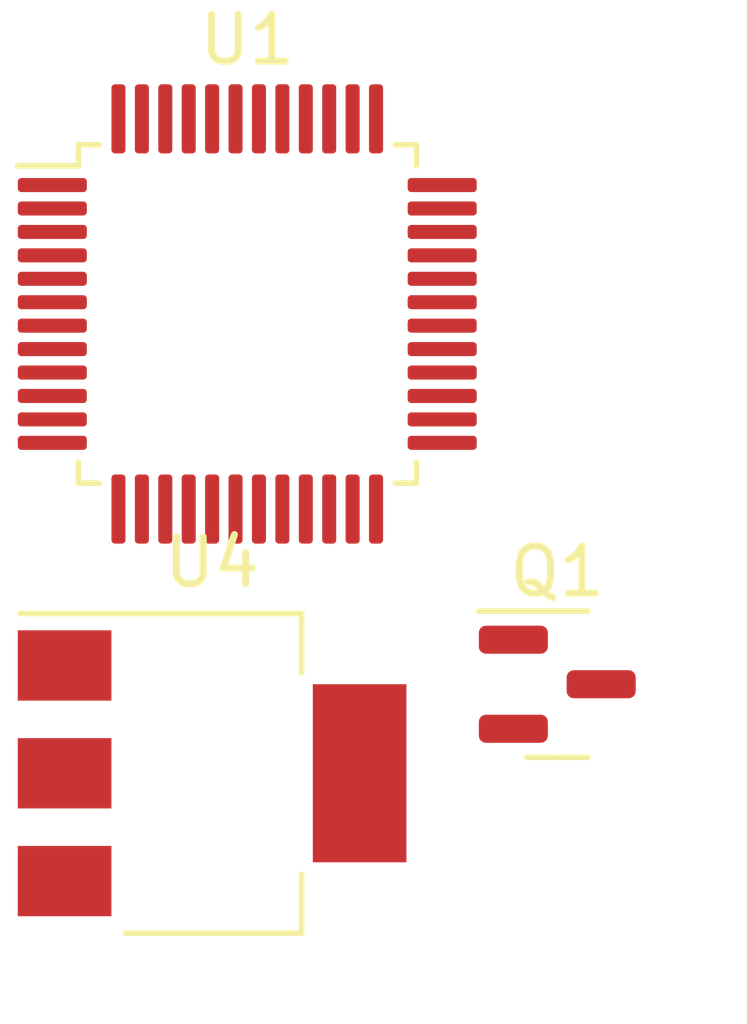
<source format=kicad_pcb>
(kicad_pcb (version 20221018) (generator pcbnew)
  (layers (0 "F.Cu" signal) (31 "B.Cu" signal) (34 "B.Paste" user) (35 "F.Paste" user) (36 "B.SilkS" user "B.Silkscreen") (37 "F.SilkS" user "F.Silkscreen") (38 "B.Mask" user) (39 "F.Mask" user) (44 "Edge.Cuts" user))
  (net 0 "")
  (net 1 "Net-(Q1-B)")
  (net 2 "Net-(Q1-E)")
  (net 4 "Net-(U1-AGND-Pad1)")
  (net 15 "Net-(U1-DGND-Pad12)")
  (net 16 "Net-(U1-DVDD-Pad13)")
  (net 34 "Net-(U1-PVDD)")
  (footprint "Package_TO_SOT_SMD:SOT-223-3_TabPin2" (layer "F.Cu") (at 81.2275 91.435)
    (fp_text reference "U4" (at 0 -4.5) (layer "F.SilkS"))
    (fp_text value "AP1117-33")
    (fp_line (start -4.1 -3.41) (end 1.91 -3.41) (stroke (width 0.12)) (layer "F.SilkS"))
    (fp_line (start -1.85 3.41) (end 1.91 3.41) (stroke (width 0.12)) (layer "F.SilkS"))
    (fp_line (start 1.91 -3.41) (end 1.91 -2.15) (stroke (width 0.12)) (layer "F.SilkS"))
    (fp_line (start 1.91 3.41) (end 1.91 2.15) (stroke (width 0.12)) (layer "F.SilkS"))
    (pad "1" smd rect (at -3.15 -2.3) (size 2 1.5) (layers "F.Cu" "F.Paste" "F.Mask"))
    (pad "2" smd rect (at -3.15 0) (size 2 1.5) (layers "F.Cu" "F.Paste" "F.Mask"))
    (pad "2" smd rect (at 3.15 0) (size 2 3.8) (layers "F.Cu" "F.Paste" "F.Mask"))
    (pad "3" smd rect (at -3.15 2.3) (size 2 1.5) (layers "F.Cu" "F.Paste" "F.Mask"))
  )
  (footprint "Package_QFP:LQFP-48_7x7mm_P0.5mm" (layer "F.Cu") (at 81.9775 81.635)
    (fp_text reference "U1" (at 0 -5.85) (layer "F.SilkS"))
    (fp_text value "ADAU1701")
    (fp_line (start -3.61 -3.61) (end -3.61 -3.16) (stroke (width 0.12)) (layer "F.SilkS"))
    (fp_line (start -3.61 -3.16) (end -4.9 -3.16) (stroke (width 0.12)) (layer "F.SilkS"))
    (fp_line (start -3.61 3.61) (end -3.61 3.16) (stroke (width 0.12)) (layer "F.SilkS"))
    (fp_line (start -3.16 -3.61) (end -3.61 -3.61) (stroke (width 0.12)) (layer "F.SilkS"))
    (fp_line (start -3.16 3.61) (end -3.61 3.61) (stroke (width 0.12)) (layer "F.SilkS"))
    (fp_line (start 3.16 -3.61) (end 3.61 -3.61) (stroke (width 0.12)) (layer "F.SilkS"))
    (fp_line (start 3.16 3.61) (end 3.61 3.61) (stroke (width 0.12)) (layer "F.SilkS"))
    (fp_line (start 3.61 -3.61) (end 3.61 -3.16) (stroke (width 0.12)) (layer "F.SilkS"))
    (fp_line (start 3.61 3.61) (end 3.61 3.16) (stroke (width 0.12)) (layer "F.SilkS"))
    (pad "1" smd roundrect (at -4.1625 -2.75) (size 1.475 0.3) (layers "F.Cu" "F.Paste" "F.Mask") (net 4 "Net-(U1-AGND-Pad1)"))
    (pad "2" smd roundrect (at -4.1625 -2.25) (size 1.475 0.3) (layers "F.Cu" "F.Paste" "F.Mask"))
    (pad "3" smd roundrect (at -4.1625 -1.75) (size 1.475 0.3) (layers "F.Cu" "F.Paste" "F.Mask"))
    (pad "4" smd roundrect (at -4.1625 -1.25) (size 1.475 0.3) (layers "F.Cu" "F.Paste" "F.Mask"))
    (pad "5" smd roundrect (at -4.1625 -0.75) (size 1.475 0.3) (layers "F.Cu" "F.Paste" "F.Mask"))
    (pad "6" smd roundrect (at -4.1625 -0.25) (size 1.475 0.3) (layers "F.Cu" "F.Paste" "F.Mask"))
    (pad "7" smd roundrect (at -4.1625 0.25) (size 1.475 0.3) (layers "F.Cu" "F.Paste" "F.Mask"))
    (pad "8" smd roundrect (at -4.1625 0.75) (size 1.475 0.3) (layers "F.Cu" "F.Paste" "F.Mask"))
    (pad "9" smd roundrect (at -4.1625 1.25) (size 1.475 0.3) (layers "F.Cu" "F.Paste" "F.Mask"))
    (pad "10" smd roundrect (at -4.1625 1.75) (size 1.475 0.3) (layers "F.Cu" "F.Paste" "F.Mask"))
    (pad "11" smd roundrect (at -4.1625 2.25) (size 1.475 0.3) (layers "F.Cu" "F.Paste" "F.Mask"))
    (pad "12" smd roundrect (at -4.1625 2.75) (size 1.475 0.3) (layers "F.Cu" "F.Paste" "F.Mask") (net 15 "Net-(U1-DGND-Pad12)"))
    (pad "13" smd roundrect (at -2.75 4.1625) (size 0.3 1.475) (layers "F.Cu" "F.Paste" "F.Mask") (net 16 "Net-(U1-DVDD-Pad13)"))
    (pad "14" smd roundrect (at -2.25 4.1625) (size 0.3 1.475) (layers "F.Cu" "F.Paste" "F.Mask"))
    (pad "15" smd roundrect (at -1.75 4.1625) (size 0.3 1.475) (layers "F.Cu" "F.Paste" "F.Mask"))
    (pad "16" smd roundrect (at -1.25 4.1625) (size 0.3 1.475) (layers "F.Cu" "F.Paste" "F.Mask"))
    (pad "17" smd roundrect (at -0.75 4.1625) (size 0.3 1.475) (layers "F.Cu" "F.Paste" "F.Mask") (net 1 "Net-(Q1-B)"))
    (pad "18" smd roundrect (at -0.25 4.1625) (size 0.3 1.475) (layers "F.Cu" "F.Paste" "F.Mask"))
    (pad "19" smd roundrect (at 0.25 4.1625) (size 0.3 1.475) (layers "F.Cu" "F.Paste" "F.Mask"))
    (pad "20" smd roundrect (at 0.75 4.1625) (size 0.3 1.475) (layers "F.Cu" "F.Paste" "F.Mask"))
    (pad "21" smd roundrect (at 1.25 4.1625) (size 0.3 1.475) (layers "F.Cu" "F.Paste" "F.Mask"))
    (pad "22" smd roundrect (at 1.75 4.1625) (size 0.3 1.475) (layers "F.Cu" "F.Paste" "F.Mask"))
    (pad "23" smd roundrect (at 2.25 4.1625) (size 0.3 1.475) (layers "F.Cu" "F.Paste" "F.Mask"))
    (pad "24" smd roundrect (at 2.75 4.1625) (size 0.3 1.475) (layers "F.Cu" "F.Paste" "F.Mask") (net 16 "Net-(U1-DVDD-Pad13)"))
    (pad "25" smd roundrect (at 4.1625 2.75) (size 1.475 0.3) (layers "F.Cu" "F.Paste" "F.Mask") (net 15 "Net-(U1-DGND-Pad12)"))
    (pad "26" smd roundrect (at 4.1625 2.25) (size 1.475 0.3) (layers "F.Cu" "F.Paste" "F.Mask"))
    (pad "27" smd roundrect (at 4.1625 1.75) (size 1.475 0.3) (layers "F.Cu" "F.Paste" "F.Mask"))
    (pad "28" smd roundrect (at 4.1625 1.25) (size 1.475 0.3) (layers "F.Cu" "F.Paste" "F.Mask"))
    (pad "29" smd roundrect (at 4.1625 0.75) (size 1.475 0.3) (layers "F.Cu" "F.Paste" "F.Mask"))
    (pad "30" smd roundrect (at 4.1625 0.25) (size 1.475 0.3) (layers "F.Cu" "F.Paste" "F.Mask"))
    (pad "31" smd roundrect (at 4.1625 -0.25) (size 1.475 0.3) (layers "F.Cu" "F.Paste" "F.Mask"))
    (pad "32" smd roundrect (at 4.1625 -0.75) (size 1.475 0.3) (layers "F.Cu" "F.Paste" "F.Mask"))
    (pad "33" smd roundrect (at 4.1625 -1.25) (size 1.475 0.3) (layers "F.Cu" "F.Paste" "F.Mask"))
    (pad "34" smd roundrect (at 4.1625 -1.75) (size 1.475 0.3) (layers "F.Cu" "F.Paste" "F.Mask") (net 34 "Net-(U1-PVDD)"))
    (pad "35" smd roundrect (at 4.1625 -2.25) (size 1.475 0.3) (layers "F.Cu" "F.Paste" "F.Mask"))
    (pad "36" smd roundrect (at 4.1625 -2.75) (size 1.475 0.3) (layers "F.Cu" "F.Paste" "F.Mask") (net 34 "Net-(U1-PVDD)"))
    (pad "37" smd roundrect (at 2.75 -4.1625) (size 0.3 1.475) (layers "F.Cu" "F.Paste" "F.Mask") (net 4 "Net-(U1-AGND-Pad1)"))
    (pad "38" smd roundrect (at 2.25 -4.1625) (size 0.3 1.475) (layers "F.Cu" "F.Paste" "F.Mask"))
    (pad "39" smd roundrect (at 1.75 -4.1625) (size 0.3 1.475) (layers "F.Cu" "F.Paste" "F.Mask"))
    (pad "40" smd roundrect (at 1.25 -4.1625) (size 0.3 1.475) (layers "F.Cu" "F.Paste" "F.Mask"))
    (pad "41" smd roundrect (at 0.75 -4.1625) (size 0.3 1.475) (layers "F.Cu" "F.Paste" "F.Mask"))
    (pad "42" smd roundrect (at 0.25 -4.1625) (size 0.3 1.475) (layers "F.Cu" "F.Paste" "F.Mask") (net 4 "Net-(U1-AGND-Pad1)"))
    (pad "43" smd roundrect (at -0.25 -4.1625) (size 0.3 1.475) (layers "F.Cu" "F.Paste" "F.Mask"))
    (pad "44" smd roundrect (at -0.75 -4.1625) (size 0.3 1.475) (layers "F.Cu" "F.Paste" "F.Mask"))
    (pad "45" smd roundrect (at -1.25 -4.1625) (size 0.3 1.475) (layers "F.Cu" "F.Paste" "F.Mask"))
    (pad "46" smd roundrect (at -1.75 -4.1625) (size 0.3 1.475) (layers "F.Cu" "F.Paste" "F.Mask"))
    (pad "47" smd roundrect (at -2.25 -4.1625) (size 0.3 1.475) (layers "F.Cu" "F.Paste" "F.Mask"))
    (pad "48" smd roundrect (at -2.75 -4.1625) (size 0.3 1.475) (layers "F.Cu" "F.Paste" "F.Mask") (net 34 "Net-(U1-PVDD)"))
  )
  (footprint "Package_TO_SOT_SMD:SOT-23" (layer "F.Cu") (at 88.5975 89.535)
    (fp_text reference "Q1" (at 0 -2.4) (layer "F.SilkS"))
    (fp_text value "MMBT3906")
    (fp_line (start 0 -1.56) (end -1.675 -1.56) (stroke (width 0.12)) (layer "F.SilkS"))
    (fp_line (start 0 -1.56) (end 0.65 -1.56) (stroke (width 0.12)) (layer "F.SilkS"))
    (fp_line (start 0 1.56) (end -0.65 1.56) (stroke (width 0.12)) (layer "F.SilkS"))
    (fp_line (start 0 1.56) (end 0.65 1.56) (stroke (width 0.12)) (layer "F.SilkS"))
    (pad "1" smd roundrect (at -0.9375 -0.95) (size 1.475 0.6) (layers "F.Cu" "F.Paste" "F.Mask") (net 1 "Net-(Q1-B)"))
    (pad "2" smd roundrect (at -0.9375 0.95) (size 1.475 0.6) (layers "F.Cu" "F.Paste" "F.Mask") (net 2 "Net-(Q1-E)"))
    (pad "3" smd roundrect (at 0.9375 0) (size 1.475 0.6) (layers "F.Cu" "F.Paste" "F.Mask"))
  )
)
</source>
